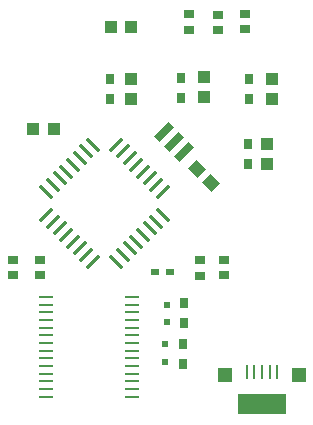
<source format=gbr>
G04 DipTrace 3.3.1.3*
G04 TopPaste.gbr*
%MOIN*%
G04 #@! TF.FileFunction,Paste,Top*
G04 #@! TF.Part,Single*
%AMOUTLINE2*
4,1,4,
-0.016703,-0.025051,
-0.025051,-0.016703,
0.016703,0.025051,
0.025051,0.016703,
-0.016703,-0.025051,
0*%
%AMOUTLINE5*
4,1,4,
-0.025051,0.016703,
-0.016703,0.025051,
0.025051,-0.016703,
0.016703,-0.025051,
-0.025051,0.016703,
0*%
%AMOUTLINE6*
4,1,4,
-0.017717,0.01378,
-0.017717,-0.01378,
0.017717,-0.01378,
0.017717,0.01378,
-0.017717,0.01378,
0*%
%AMOUTLINE7*
4,1,4,
-0.029231,0.001392,
0.001392,-0.029231,
0.029231,-0.001392,
-0.001392,0.029231,
-0.029231,0.001392,
0*%
%AMOUTLINE10*
4,1,4,
0.017717,-0.01378,
0.017717,0.01378,
-0.017717,0.01378,
-0.017717,-0.01378,
0.017717,-0.01378,
0*%
%AMOUTLINE11*
4,1,4,
0.021654,0.019685,
-0.021654,0.019685,
-0.021654,-0.019685,
0.021654,-0.019685,
0.021654,0.019685,
0*%
%AMOUTLINE12*
4,1,4,
-0.019685,0.021654,
-0.019685,-0.021654,
0.019685,-0.021654,
0.019685,0.021654,
-0.019685,0.021654,
0*%
%AMOUTLINE13*
4,1,4,
0.019685,-0.021654,
0.019685,0.021654,
-0.019685,0.021654,
-0.019685,-0.021654,
0.019685,-0.021654,
0*%
%AMOUTLINE14*
4,1,4,
0.033407,0.01392,
0.01392,0.033407,
-0.033407,-0.01392,
-0.01392,-0.033407,
0.033407,0.01392,
0*%
%AMOUTLINE17*
4,1,4,
-0.02356,-0.00291,
-0.02356,0.00291,
0.02356,0.00291,
0.02356,-0.00291,
-0.02356,-0.00291,
0*%
%ADD49R,0.007868X0.04527*%
%ADD51R,0.047238X0.047238*%
%ADD53R,0.161411X0.07086*%
%ADD57R,0.027553X0.019679*%
%ADD59R,0.023616X0.023616*%
%ADD61R,0.03149X0.035427*%
%ADD71OUTLINE2*%
%ADD74OUTLINE5*%
%ADD75OUTLINE6*%
%ADD76OUTLINE7*%
%ADD79OUTLINE10*%
%ADD80OUTLINE11*%
%ADD81OUTLINE12*%
%ADD82OUTLINE13*%
%ADD83OUTLINE14*%
%ADD86OUTLINE17*%
%FSLAX26Y26*%
G04*
G70*
G90*
G75*
G01*
G04 TopPaste*
%LPD*%
D71*
X1008124Y1166073D3*
X985852Y1188344D3*
X963582Y1210616D3*
X941310Y1232886D3*
X919040Y1255158D3*
X896768Y1277428D3*
X874498Y1299700D3*
X852226Y1321970D3*
D74*
X774277D3*
X752007Y1299700D3*
X729735Y1277428D3*
X707464Y1255158D3*
X685193Y1232886D3*
X662922Y1210616D3*
X640651Y1188344D3*
X618380Y1166073D3*
D71*
Y1088125D3*
X640651Y1065854D3*
X662922Y1043582D3*
X685193Y1021312D3*
X707464Y999040D3*
X729735Y976770D3*
X752007Y954498D3*
X774277Y932228D3*
D74*
X852226D3*
X874498Y954498D3*
X896768Y976770D3*
X919040Y999040D3*
X941310Y1021312D3*
X963582Y1043582D3*
X985852Y1065854D3*
X1008124Y1088125D3*
D75*
X598453Y886751D3*
Y937932D3*
D76*
X1167941Y1194590D3*
X1120616Y1241915D3*
D61*
X832562Y1540893D3*
Y1473964D3*
X1295754Y1540747D3*
Y1473818D3*
X1069327Y1546187D3*
Y1479258D3*
X1291369Y1324745D3*
Y1257815D3*
D79*
X507048Y937976D3*
Y886794D3*
D80*
X576066Y1375312D3*
X642995D3*
D81*
X1372165Y1474161D3*
Y1541090D3*
D82*
X901371Y1542485D3*
Y1475556D3*
X1143843Y1547444D3*
Y1480515D3*
X1353390Y1325280D3*
Y1258351D3*
D83*
X1009502Y1366111D3*
X1042909Y1332704D3*
X1076315Y1299297D3*
D79*
X1212776Y939209D3*
Y888028D3*
X1129833Y936987D3*
Y885806D3*
D80*
X835309Y1715398D3*
X902238D3*
D79*
X1281620Y1758871D3*
Y1707690D3*
D86*
X905586Y814776D3*
Y789186D3*
Y763595D3*
Y738004D3*
Y712414D3*
Y686823D3*
Y661233D3*
Y610052D3*
Y635642D3*
Y584461D3*
Y558871D3*
Y533280D3*
Y507690D3*
Y482099D3*
X617712Y814776D3*
Y789186D3*
Y763595D3*
Y738004D3*
Y712414D3*
Y686823D3*
Y661233D3*
Y635642D3*
Y610052D3*
Y584461D3*
Y558871D3*
Y533280D3*
Y507690D3*
Y482099D3*
D61*
X1076382Y726991D3*
Y793920D3*
X1075863Y592015D3*
Y658944D3*
D59*
X1019662Y788788D3*
Y729733D3*
X1014566Y656444D3*
Y597389D3*
D57*
X979729Y898482D3*
X1030910D3*
D53*
X1337314Y457154D3*
D51*
X1215582Y554871D3*
X1460144Y554926D3*
D49*
X1388802Y563447D3*
X1363212D3*
X1337621D3*
X1312031D3*
X1286440D3*
D75*
X1093709Y1705159D3*
Y1756340D3*
X1192007Y1703792D3*
Y1754973D3*
M02*

</source>
